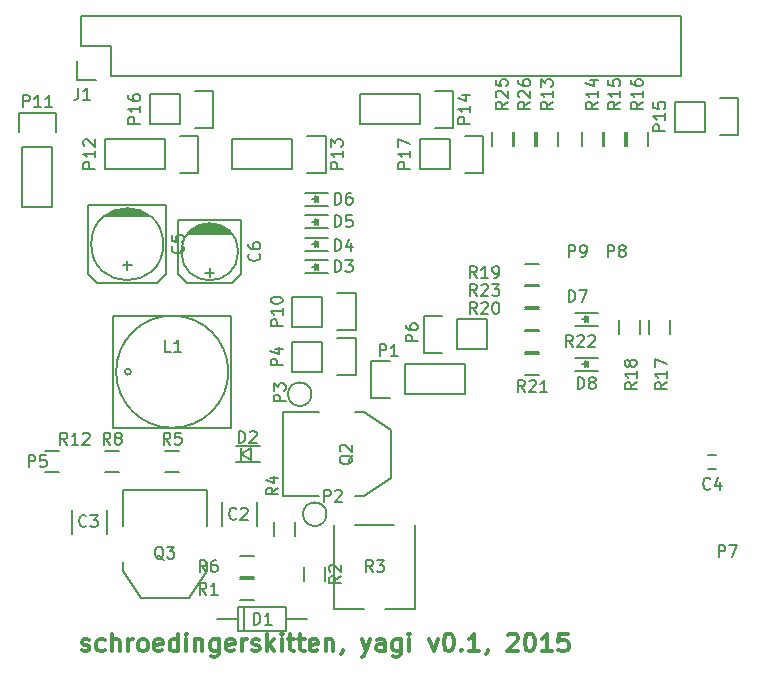
<source format=gto>
G04 #@! TF.FileFunction,Legend,Top*
%FSLAX46Y46*%
G04 Gerber Fmt 4.6, Leading zero omitted, Abs format (unit mm)*
G04 Created by KiCad (PCBNEW 0.201512281231+6406~40~ubuntu14.04.1-stable) date Son 03 Jan 2016 21:13:02 CET*
%MOMM*%
G01*
G04 APERTURE LIST*
%ADD10C,0.200000*%
%ADD11C,0.300000*%
%ADD12C,0.150000*%
G04 APERTURE END LIST*
D10*
D11*
X45686858Y-89634143D02*
X45829715Y-89705571D01*
X46115430Y-89705571D01*
X46258287Y-89634143D01*
X46329715Y-89491286D01*
X46329715Y-89419857D01*
X46258287Y-89277000D01*
X46115430Y-89205571D01*
X45901144Y-89205571D01*
X45758287Y-89134143D01*
X45686858Y-88991286D01*
X45686858Y-88919857D01*
X45758287Y-88777000D01*
X45901144Y-88705571D01*
X46115430Y-88705571D01*
X46258287Y-88777000D01*
X47615430Y-89634143D02*
X47472573Y-89705571D01*
X47186859Y-89705571D01*
X47044001Y-89634143D01*
X46972573Y-89562714D01*
X46901144Y-89419857D01*
X46901144Y-88991286D01*
X46972573Y-88848429D01*
X47044001Y-88777000D01*
X47186859Y-88705571D01*
X47472573Y-88705571D01*
X47615430Y-88777000D01*
X48258287Y-89705571D02*
X48258287Y-88205571D01*
X48901144Y-89705571D02*
X48901144Y-88919857D01*
X48829715Y-88777000D01*
X48686858Y-88705571D01*
X48472573Y-88705571D01*
X48329715Y-88777000D01*
X48258287Y-88848429D01*
X49615430Y-89705571D02*
X49615430Y-88705571D01*
X49615430Y-88991286D02*
X49686858Y-88848429D01*
X49758287Y-88777000D01*
X49901144Y-88705571D01*
X50044001Y-88705571D01*
X50758287Y-89705571D02*
X50615429Y-89634143D01*
X50544001Y-89562714D01*
X50472572Y-89419857D01*
X50472572Y-88991286D01*
X50544001Y-88848429D01*
X50615429Y-88777000D01*
X50758287Y-88705571D01*
X50972572Y-88705571D01*
X51115429Y-88777000D01*
X51186858Y-88848429D01*
X51258287Y-88991286D01*
X51258287Y-89419857D01*
X51186858Y-89562714D01*
X51115429Y-89634143D01*
X50972572Y-89705571D01*
X50758287Y-89705571D01*
X52472572Y-89634143D02*
X52329715Y-89705571D01*
X52044001Y-89705571D01*
X51901144Y-89634143D01*
X51829715Y-89491286D01*
X51829715Y-88919857D01*
X51901144Y-88777000D01*
X52044001Y-88705571D01*
X52329715Y-88705571D01*
X52472572Y-88777000D01*
X52544001Y-88919857D01*
X52544001Y-89062714D01*
X51829715Y-89205571D01*
X53829715Y-89705571D02*
X53829715Y-88205571D01*
X53829715Y-89634143D02*
X53686858Y-89705571D01*
X53401144Y-89705571D01*
X53258286Y-89634143D01*
X53186858Y-89562714D01*
X53115429Y-89419857D01*
X53115429Y-88991286D01*
X53186858Y-88848429D01*
X53258286Y-88777000D01*
X53401144Y-88705571D01*
X53686858Y-88705571D01*
X53829715Y-88777000D01*
X54544001Y-89705571D02*
X54544001Y-88705571D01*
X54544001Y-88205571D02*
X54472572Y-88277000D01*
X54544001Y-88348429D01*
X54615429Y-88277000D01*
X54544001Y-88205571D01*
X54544001Y-88348429D01*
X55258287Y-88705571D02*
X55258287Y-89705571D01*
X55258287Y-88848429D02*
X55329715Y-88777000D01*
X55472573Y-88705571D01*
X55686858Y-88705571D01*
X55829715Y-88777000D01*
X55901144Y-88919857D01*
X55901144Y-89705571D01*
X57258287Y-88705571D02*
X57258287Y-89919857D01*
X57186858Y-90062714D01*
X57115430Y-90134143D01*
X56972573Y-90205571D01*
X56758287Y-90205571D01*
X56615430Y-90134143D01*
X57258287Y-89634143D02*
X57115430Y-89705571D01*
X56829716Y-89705571D01*
X56686858Y-89634143D01*
X56615430Y-89562714D01*
X56544001Y-89419857D01*
X56544001Y-88991286D01*
X56615430Y-88848429D01*
X56686858Y-88777000D01*
X56829716Y-88705571D01*
X57115430Y-88705571D01*
X57258287Y-88777000D01*
X58544001Y-89634143D02*
X58401144Y-89705571D01*
X58115430Y-89705571D01*
X57972573Y-89634143D01*
X57901144Y-89491286D01*
X57901144Y-88919857D01*
X57972573Y-88777000D01*
X58115430Y-88705571D01*
X58401144Y-88705571D01*
X58544001Y-88777000D01*
X58615430Y-88919857D01*
X58615430Y-89062714D01*
X57901144Y-89205571D01*
X59258287Y-89705571D02*
X59258287Y-88705571D01*
X59258287Y-88991286D02*
X59329715Y-88848429D01*
X59401144Y-88777000D01*
X59544001Y-88705571D01*
X59686858Y-88705571D01*
X60115429Y-89634143D02*
X60258286Y-89705571D01*
X60544001Y-89705571D01*
X60686858Y-89634143D01*
X60758286Y-89491286D01*
X60758286Y-89419857D01*
X60686858Y-89277000D01*
X60544001Y-89205571D01*
X60329715Y-89205571D01*
X60186858Y-89134143D01*
X60115429Y-88991286D01*
X60115429Y-88919857D01*
X60186858Y-88777000D01*
X60329715Y-88705571D01*
X60544001Y-88705571D01*
X60686858Y-88777000D01*
X61401144Y-89705571D02*
X61401144Y-88205571D01*
X61544001Y-89134143D02*
X61972572Y-89705571D01*
X61972572Y-88705571D02*
X61401144Y-89277000D01*
X62615430Y-89705571D02*
X62615430Y-88705571D01*
X62615430Y-88205571D02*
X62544001Y-88277000D01*
X62615430Y-88348429D01*
X62686858Y-88277000D01*
X62615430Y-88205571D01*
X62615430Y-88348429D01*
X63115430Y-88705571D02*
X63686859Y-88705571D01*
X63329716Y-88205571D02*
X63329716Y-89491286D01*
X63401144Y-89634143D01*
X63544002Y-89705571D01*
X63686859Y-89705571D01*
X63972573Y-88705571D02*
X64544002Y-88705571D01*
X64186859Y-88205571D02*
X64186859Y-89491286D01*
X64258287Y-89634143D01*
X64401145Y-89705571D01*
X64544002Y-89705571D01*
X65615430Y-89634143D02*
X65472573Y-89705571D01*
X65186859Y-89705571D01*
X65044002Y-89634143D01*
X64972573Y-89491286D01*
X64972573Y-88919857D01*
X65044002Y-88777000D01*
X65186859Y-88705571D01*
X65472573Y-88705571D01*
X65615430Y-88777000D01*
X65686859Y-88919857D01*
X65686859Y-89062714D01*
X64972573Y-89205571D01*
X66329716Y-88705571D02*
X66329716Y-89705571D01*
X66329716Y-88848429D02*
X66401144Y-88777000D01*
X66544002Y-88705571D01*
X66758287Y-88705571D01*
X66901144Y-88777000D01*
X66972573Y-88919857D01*
X66972573Y-89705571D01*
X67758287Y-89634143D02*
X67758287Y-89705571D01*
X67686859Y-89848429D01*
X67615430Y-89919857D01*
X69401145Y-88705571D02*
X69758288Y-89705571D01*
X70115430Y-88705571D02*
X69758288Y-89705571D01*
X69615430Y-90062714D01*
X69544002Y-90134143D01*
X69401145Y-90205571D01*
X71329716Y-89705571D02*
X71329716Y-88919857D01*
X71258287Y-88777000D01*
X71115430Y-88705571D01*
X70829716Y-88705571D01*
X70686859Y-88777000D01*
X71329716Y-89634143D02*
X71186859Y-89705571D01*
X70829716Y-89705571D01*
X70686859Y-89634143D01*
X70615430Y-89491286D01*
X70615430Y-89348429D01*
X70686859Y-89205571D01*
X70829716Y-89134143D01*
X71186859Y-89134143D01*
X71329716Y-89062714D01*
X72686859Y-88705571D02*
X72686859Y-89919857D01*
X72615430Y-90062714D01*
X72544002Y-90134143D01*
X72401145Y-90205571D01*
X72186859Y-90205571D01*
X72044002Y-90134143D01*
X72686859Y-89634143D02*
X72544002Y-89705571D01*
X72258288Y-89705571D01*
X72115430Y-89634143D01*
X72044002Y-89562714D01*
X71972573Y-89419857D01*
X71972573Y-88991286D01*
X72044002Y-88848429D01*
X72115430Y-88777000D01*
X72258288Y-88705571D01*
X72544002Y-88705571D01*
X72686859Y-88777000D01*
X73401145Y-89705571D02*
X73401145Y-88705571D01*
X73401145Y-88205571D02*
X73329716Y-88277000D01*
X73401145Y-88348429D01*
X73472573Y-88277000D01*
X73401145Y-88205571D01*
X73401145Y-88348429D01*
X75115431Y-88705571D02*
X75472574Y-89705571D01*
X75829716Y-88705571D01*
X76686859Y-88205571D02*
X76829716Y-88205571D01*
X76972573Y-88277000D01*
X77044002Y-88348429D01*
X77115431Y-88491286D01*
X77186859Y-88777000D01*
X77186859Y-89134143D01*
X77115431Y-89419857D01*
X77044002Y-89562714D01*
X76972573Y-89634143D01*
X76829716Y-89705571D01*
X76686859Y-89705571D01*
X76544002Y-89634143D01*
X76472573Y-89562714D01*
X76401145Y-89419857D01*
X76329716Y-89134143D01*
X76329716Y-88777000D01*
X76401145Y-88491286D01*
X76472573Y-88348429D01*
X76544002Y-88277000D01*
X76686859Y-88205571D01*
X77829716Y-89562714D02*
X77901144Y-89634143D01*
X77829716Y-89705571D01*
X77758287Y-89634143D01*
X77829716Y-89562714D01*
X77829716Y-89705571D01*
X79329716Y-89705571D02*
X78472573Y-89705571D01*
X78901145Y-89705571D02*
X78901145Y-88205571D01*
X78758288Y-88419857D01*
X78615430Y-88562714D01*
X78472573Y-88634143D01*
X80044001Y-89634143D02*
X80044001Y-89705571D01*
X79972573Y-89848429D01*
X79901144Y-89919857D01*
X81758287Y-88348429D02*
X81829716Y-88277000D01*
X81972573Y-88205571D01*
X82329716Y-88205571D01*
X82472573Y-88277000D01*
X82544002Y-88348429D01*
X82615430Y-88491286D01*
X82615430Y-88634143D01*
X82544002Y-88848429D01*
X81686859Y-89705571D01*
X82615430Y-89705571D01*
X83544001Y-88205571D02*
X83686858Y-88205571D01*
X83829715Y-88277000D01*
X83901144Y-88348429D01*
X83972573Y-88491286D01*
X84044001Y-88777000D01*
X84044001Y-89134143D01*
X83972573Y-89419857D01*
X83901144Y-89562714D01*
X83829715Y-89634143D01*
X83686858Y-89705571D01*
X83544001Y-89705571D01*
X83401144Y-89634143D01*
X83329715Y-89562714D01*
X83258287Y-89419857D01*
X83186858Y-89134143D01*
X83186858Y-88777000D01*
X83258287Y-88491286D01*
X83329715Y-88348429D01*
X83401144Y-88277000D01*
X83544001Y-88205571D01*
X85472572Y-89705571D02*
X84615429Y-89705571D01*
X85044001Y-89705571D02*
X85044001Y-88205571D01*
X84901144Y-88419857D01*
X84758286Y-88562714D01*
X84615429Y-88634143D01*
X86829715Y-88205571D02*
X86115429Y-88205571D01*
X86044000Y-88919857D01*
X86115429Y-88848429D01*
X86258286Y-88777000D01*
X86615429Y-88777000D01*
X86758286Y-88848429D01*
X86829715Y-88919857D01*
X86901143Y-89062714D01*
X86901143Y-89419857D01*
X86829715Y-89562714D01*
X86758286Y-89634143D01*
X86615429Y-89705571D01*
X86258286Y-89705571D01*
X86115429Y-89634143D01*
X86044000Y-89562714D01*
D10*
X49840000Y-66040000D02*
G75*
G03X49840000Y-66040000I-250000J0D01*
G01*
X58090000Y-66040000D02*
G75*
G03X58090000Y-66040000I-4750000J0D01*
G01*
X48340000Y-61290000D02*
X48340000Y-70790000D01*
X48340000Y-70790000D02*
X58340000Y-70790000D01*
X58340000Y-70790000D02*
X58340000Y-61290000D01*
X48340000Y-61290000D02*
X58340000Y-61290000D01*
D12*
X60290000Y-85330000D02*
X59090000Y-85330000D01*
X59090000Y-83580000D02*
X60290000Y-83580000D01*
X66280000Y-82585000D02*
X66280000Y-83785000D01*
X64530000Y-83785000D02*
X64530000Y-82585000D01*
X61990000Y-79975000D02*
X61990000Y-78775000D01*
X63740000Y-78775000D02*
X63740000Y-79975000D01*
X53940000Y-74535000D02*
X52740000Y-74535000D01*
X52740000Y-72785000D02*
X53940000Y-72785000D01*
X60290000Y-83425000D02*
X59090000Y-83425000D01*
X59090000Y-81675000D02*
X60290000Y-81675000D01*
X48860000Y-74535000D02*
X47660000Y-74535000D01*
X47660000Y-72785000D02*
X48860000Y-72785000D01*
X96400000Y-35960000D02*
X45600000Y-35960000D01*
X48140000Y-41040000D02*
X96400000Y-41040000D01*
X96400000Y-35960000D02*
X96400000Y-41040000D01*
X45600000Y-35960000D02*
X45600000Y-38500000D01*
X45320000Y-39770000D02*
X45320000Y-41320000D01*
X45600000Y-38500000D02*
X48140000Y-38500000D01*
X48140000Y-38500000D02*
X48140000Y-41040000D01*
X45320000Y-41320000D02*
X46870000Y-41320000D01*
X66505000Y-54695000D02*
X64605000Y-54695000D01*
X66505000Y-55795000D02*
X64605000Y-55795000D01*
X65605000Y-55245000D02*
X65155000Y-55245000D01*
X65655000Y-55495000D02*
X65655000Y-54995000D01*
X65655000Y-55245000D02*
X65405000Y-55495000D01*
X65405000Y-55495000D02*
X65405000Y-54995000D01*
X65405000Y-54995000D02*
X65655000Y-55245000D01*
X66505000Y-52790000D02*
X64605000Y-52790000D01*
X66505000Y-53890000D02*
X64605000Y-53890000D01*
X65605000Y-53340000D02*
X65155000Y-53340000D01*
X65655000Y-53590000D02*
X65655000Y-53090000D01*
X65655000Y-53340000D02*
X65405000Y-53590000D01*
X65405000Y-53590000D02*
X65405000Y-53090000D01*
X65405000Y-53090000D02*
X65655000Y-53340000D01*
X66505000Y-50885000D02*
X64605000Y-50885000D01*
X66505000Y-51985000D02*
X64605000Y-51985000D01*
X65605000Y-51435000D02*
X65155000Y-51435000D01*
X65655000Y-51685000D02*
X65655000Y-51185000D01*
X65655000Y-51435000D02*
X65405000Y-51685000D01*
X65405000Y-51685000D02*
X65405000Y-51185000D01*
X65405000Y-51185000D02*
X65655000Y-51435000D01*
X89365000Y-61045000D02*
X87465000Y-61045000D01*
X89365000Y-62145000D02*
X87465000Y-62145000D01*
X88465000Y-61595000D02*
X88015000Y-61595000D01*
X88515000Y-61845000D02*
X88515000Y-61345000D01*
X88515000Y-61595000D02*
X88265000Y-61845000D01*
X88265000Y-61845000D02*
X88265000Y-61345000D01*
X88265000Y-61345000D02*
X88515000Y-61595000D01*
X42580000Y-72785000D02*
X43780000Y-72785000D01*
X43780000Y-74535000D02*
X42580000Y-74535000D01*
X84215000Y-46955000D02*
X84215000Y-45755000D01*
X85965000Y-45755000D02*
X85965000Y-46955000D01*
X88025000Y-46955000D02*
X88025000Y-45755000D01*
X89775000Y-45755000D02*
X89775000Y-46955000D01*
X89930000Y-46955000D02*
X89930000Y-45755000D01*
X91680000Y-45755000D02*
X91680000Y-46955000D01*
X91835000Y-46955000D02*
X91835000Y-45755000D01*
X93585000Y-45755000D02*
X93585000Y-46955000D01*
X93740000Y-62830000D02*
X93740000Y-61630000D01*
X95490000Y-61630000D02*
X95490000Y-62830000D01*
X92950000Y-61630000D02*
X92950000Y-62830000D01*
X91200000Y-62830000D02*
X91200000Y-61630000D01*
X84420000Y-58660000D02*
X83220000Y-58660000D01*
X83220000Y-56910000D02*
X84420000Y-56910000D01*
X83220000Y-60720000D02*
X84420000Y-60720000D01*
X84420000Y-62470000D02*
X83220000Y-62470000D01*
X83220000Y-64530000D02*
X84420000Y-64530000D01*
X84420000Y-66280000D02*
X83220000Y-66280000D01*
X83220000Y-62625000D02*
X84420000Y-62625000D01*
X84420000Y-64375000D02*
X83220000Y-64375000D01*
X66040000Y-62230000D02*
X63500000Y-62230000D01*
X68860000Y-62510000D02*
X67310000Y-62510000D01*
X66040000Y-62230000D02*
X66040000Y-59690000D01*
X67310000Y-59410000D02*
X68860000Y-59410000D01*
X68860000Y-59410000D02*
X68860000Y-62510000D01*
X66040000Y-59690000D02*
X63500000Y-59690000D01*
X63500000Y-59690000D02*
X63500000Y-62230000D01*
X52705000Y-46355000D02*
X47625000Y-46355000D01*
X47625000Y-46355000D02*
X47625000Y-48895000D01*
X47625000Y-48895000D02*
X52705000Y-48895000D01*
X55525000Y-49175000D02*
X53975000Y-49175000D01*
X52705000Y-48895000D02*
X52705000Y-46355000D01*
X53975000Y-46075000D02*
X55525000Y-46075000D01*
X55525000Y-46075000D02*
X55525000Y-49175000D01*
X60530000Y-79105000D02*
X60530000Y-77105000D01*
X57580000Y-77105000D02*
X57580000Y-79105000D01*
X47830000Y-79740000D02*
X47830000Y-77740000D01*
X44880000Y-77740000D02*
X44880000Y-79740000D01*
X99410000Y-74260000D02*
X98710000Y-74260000D01*
X98710000Y-73060000D02*
X99410000Y-73060000D01*
D10*
X59140000Y-73025000D02*
X60040000Y-73525000D01*
X60040000Y-73525000D02*
X60040000Y-72525000D01*
X60040000Y-72525000D02*
X59140000Y-73025000D01*
X59140000Y-73525000D02*
X59140000Y-72525000D01*
X58740000Y-72325000D02*
X60740000Y-72325000D01*
X60740000Y-73725000D02*
X58740000Y-73725000D01*
D12*
X66505000Y-56600000D02*
X64605000Y-56600000D01*
X66505000Y-57700000D02*
X64605000Y-57700000D01*
X65605000Y-57150000D02*
X65155000Y-57150000D01*
X65655000Y-57400000D02*
X65655000Y-56900000D01*
X65655000Y-57150000D02*
X65405000Y-57400000D01*
X65405000Y-57400000D02*
X65405000Y-56900000D01*
X65405000Y-56900000D02*
X65655000Y-57150000D01*
X89365000Y-64855000D02*
X87465000Y-64855000D01*
X89365000Y-65955000D02*
X87465000Y-65955000D01*
X88465000Y-65405000D02*
X88015000Y-65405000D01*
X88515000Y-65655000D02*
X88515000Y-65155000D01*
X88515000Y-65405000D02*
X88265000Y-65655000D01*
X88265000Y-65655000D02*
X88265000Y-65155000D01*
X88265000Y-65155000D02*
X88515000Y-65405000D01*
X73025000Y-67945000D02*
X78105000Y-67945000D01*
X78105000Y-67945000D02*
X78105000Y-65405000D01*
X78105000Y-65405000D02*
X73025000Y-65405000D01*
X70205000Y-65125000D02*
X71755000Y-65125000D01*
X73025000Y-65405000D02*
X73025000Y-67945000D01*
X71755000Y-68225000D02*
X70205000Y-68225000D01*
X70205000Y-68225000D02*
X70205000Y-65125000D01*
X66040000Y-66040000D02*
X63500000Y-66040000D01*
X68860000Y-66320000D02*
X67310000Y-66320000D01*
X66040000Y-66040000D02*
X66040000Y-63500000D01*
X67310000Y-63220000D02*
X68860000Y-63220000D01*
X68860000Y-63220000D02*
X68860000Y-66320000D01*
X66040000Y-63500000D02*
X63500000Y-63500000D01*
X63500000Y-63500000D02*
X63500000Y-66040000D01*
X77470000Y-61595000D02*
X80010000Y-61595000D01*
X74650000Y-61315000D02*
X76200000Y-61315000D01*
X77470000Y-61595000D02*
X77470000Y-64135000D01*
X76200000Y-64415000D02*
X74650000Y-64415000D01*
X74650000Y-64415000D02*
X74650000Y-61315000D01*
X77470000Y-64135000D02*
X80010000Y-64135000D01*
X80010000Y-64135000D02*
X80010000Y-61595000D01*
X40640000Y-46990000D02*
X40640000Y-52070000D01*
X40640000Y-52070000D02*
X43180000Y-52070000D01*
X43180000Y-52070000D02*
X43180000Y-46990000D01*
X43460000Y-44170000D02*
X43460000Y-45720000D01*
X43180000Y-46990000D02*
X40640000Y-46990000D01*
X40360000Y-45720000D02*
X40360000Y-44170000D01*
X40360000Y-44170000D02*
X43460000Y-44170000D01*
X63500000Y-46355000D02*
X58420000Y-46355000D01*
X58420000Y-46355000D02*
X58420000Y-48895000D01*
X58420000Y-48895000D02*
X63500000Y-48895000D01*
X66320000Y-49175000D02*
X64770000Y-49175000D01*
X63500000Y-48895000D02*
X63500000Y-46355000D01*
X64770000Y-46075000D02*
X66320000Y-46075000D01*
X66320000Y-46075000D02*
X66320000Y-49175000D01*
X74295000Y-42545000D02*
X69215000Y-42545000D01*
X69215000Y-42545000D02*
X69215000Y-45085000D01*
X69215000Y-45085000D02*
X74295000Y-45085000D01*
X77115000Y-45365000D02*
X75565000Y-45365000D01*
X74295000Y-45085000D02*
X74295000Y-42545000D01*
X75565000Y-42265000D02*
X77115000Y-42265000D01*
X77115000Y-42265000D02*
X77115000Y-45365000D01*
X98425000Y-45720000D02*
X95885000Y-45720000D01*
X101245000Y-46000000D02*
X99695000Y-46000000D01*
X98425000Y-45720000D02*
X98425000Y-43180000D01*
X99695000Y-42900000D02*
X101245000Y-42900000D01*
X101245000Y-42900000D02*
X101245000Y-46000000D01*
X98425000Y-43180000D02*
X95885000Y-43180000D01*
X95885000Y-43180000D02*
X95885000Y-45720000D01*
X53975000Y-45085000D02*
X51435000Y-45085000D01*
X56795000Y-45365000D02*
X55245000Y-45365000D01*
X53975000Y-45085000D02*
X53975000Y-42545000D01*
X55245000Y-42265000D02*
X56795000Y-42265000D01*
X56795000Y-42265000D02*
X56795000Y-45365000D01*
X53975000Y-42545000D02*
X51435000Y-42545000D01*
X51435000Y-42545000D02*
X51435000Y-45085000D01*
X76835000Y-48895000D02*
X74295000Y-48895000D01*
X79655000Y-49175000D02*
X78105000Y-49175000D01*
X76835000Y-48895000D02*
X76835000Y-46355000D01*
X78105000Y-46075000D02*
X79655000Y-46075000D01*
X79655000Y-46075000D02*
X79655000Y-49175000D01*
X76835000Y-46355000D02*
X74295000Y-46355000D01*
X74295000Y-46355000D02*
X74295000Y-48895000D01*
X65786000Y-69469000D02*
X62738000Y-69469000D01*
X62738000Y-69469000D02*
X62738000Y-76581000D01*
X62738000Y-76581000D02*
X65786000Y-76581000D01*
X68834000Y-69469000D02*
X69596000Y-69469000D01*
X69596000Y-69469000D02*
X71882000Y-70993000D01*
X71882000Y-70993000D02*
X71882000Y-75057000D01*
X71882000Y-75057000D02*
X69596000Y-76581000D01*
X69596000Y-76581000D02*
X68834000Y-76581000D01*
X56261000Y-79121000D02*
X56261000Y-76073000D01*
X56261000Y-76073000D02*
X49149000Y-76073000D01*
X49149000Y-76073000D02*
X49149000Y-79121000D01*
X56261000Y-82169000D02*
X56261000Y-82931000D01*
X56261000Y-82931000D02*
X54737000Y-85217000D01*
X54737000Y-85217000D02*
X50673000Y-85217000D01*
X50673000Y-85217000D02*
X49149000Y-82931000D01*
X49149000Y-82931000D02*
X49149000Y-82169000D01*
X83220000Y-58815000D02*
X84420000Y-58815000D01*
X84420000Y-60565000D02*
X83220000Y-60565000D01*
X82155000Y-45755000D02*
X82155000Y-46955000D01*
X80405000Y-46955000D02*
X80405000Y-45755000D01*
X84060000Y-45755000D02*
X84060000Y-46955000D01*
X82310000Y-46955000D02*
X82310000Y-45755000D01*
X58928000Y-86995000D02*
X57150000Y-86995000D01*
X62992000Y-86995000D02*
X64770000Y-86995000D01*
X59436000Y-88011000D02*
X59436000Y-85979000D01*
X62992000Y-88011000D02*
X62992000Y-85979000D01*
X62992000Y-85979000D02*
X58928000Y-85979000D01*
X58928000Y-85979000D02*
X58928000Y-88011000D01*
X58928000Y-88011000D02*
X62992000Y-88011000D01*
X66405000Y-78105000D02*
G75*
G03X66405000Y-78105000I-1000000J0D01*
G01*
X65135000Y-67945000D02*
G75*
G03X65135000Y-67945000I-1000000J0D01*
G01*
D10*
X71374000Y-86106000D02*
X73914000Y-86106000D01*
X69596000Y-86106000D02*
X67056000Y-86106000D01*
X72136000Y-78994000D02*
X68834000Y-78994000D01*
X67056000Y-78994000D02*
X67056000Y-86106000D01*
X73914000Y-78994000D02*
X73914000Y-86106000D01*
D12*
X50292000Y-52324000D02*
X48768000Y-52324000D01*
X48387000Y-52451000D02*
X50673000Y-52451000D01*
X50927000Y-52578000D02*
X48133000Y-52578000D01*
X47879000Y-52705000D02*
X51181000Y-52705000D01*
X51308000Y-52832000D02*
X47752000Y-52832000D01*
X52832000Y-51943000D02*
X46228000Y-51943000D01*
X46228000Y-51943000D02*
X46228000Y-57785000D01*
X46228000Y-57785000D02*
X46990000Y-58547000D01*
X46990000Y-58547000D02*
X52070000Y-58547000D01*
X52070000Y-58547000D02*
X52832000Y-57785000D01*
X52832000Y-57785000D02*
X52832000Y-51943000D01*
X49530000Y-57404000D02*
X49530000Y-56642000D01*
X49911000Y-57023000D02*
X49149000Y-57023000D01*
X52578000Y-55245000D02*
G75*
G03X52578000Y-55245000I-3048000J0D01*
G01*
X57150000Y-53594000D02*
X55753000Y-53594000D01*
X57404000Y-53721000D02*
X55626000Y-53721000D01*
X57785000Y-53848000D02*
X55245000Y-53848000D01*
X55118000Y-53975000D02*
X57912000Y-53975000D01*
X58039000Y-54102000D02*
X54991000Y-54102000D01*
X54864000Y-54229000D02*
X58166000Y-54229000D01*
X58293000Y-54356000D02*
X54737000Y-54356000D01*
X59182000Y-53213000D02*
X59182000Y-57785000D01*
X59182000Y-57785000D02*
X58420000Y-58547000D01*
X58420000Y-58547000D02*
X54610000Y-58547000D01*
X54610000Y-58547000D02*
X53848000Y-57785000D01*
X53848000Y-57785000D02*
X53848000Y-53213000D01*
X53848000Y-53213000D02*
X59182000Y-53213000D01*
X56515000Y-58039000D02*
X56515000Y-57277000D01*
X56896000Y-57658000D02*
X56134000Y-57658000D01*
X58928000Y-55880000D02*
G75*
G03X58928000Y-55880000I-2413000J0D01*
G01*
D10*
X53236834Y-64333381D02*
X52760643Y-64333381D01*
X52760643Y-63333381D01*
X54093977Y-64333381D02*
X53522548Y-64333381D01*
X53808262Y-64333381D02*
X53808262Y-63333381D01*
X53713024Y-63476238D01*
X53617786Y-63571476D01*
X53522548Y-63619095D01*
X56221334Y-84907381D02*
X55888000Y-84431190D01*
X55649905Y-84907381D02*
X55649905Y-83907381D01*
X56030858Y-83907381D01*
X56126096Y-83955000D01*
X56173715Y-84002619D01*
X56221334Y-84097857D01*
X56221334Y-84240714D01*
X56173715Y-84335952D01*
X56126096Y-84383571D01*
X56030858Y-84431190D01*
X55649905Y-84431190D01*
X57173715Y-84907381D02*
X56602286Y-84907381D01*
X56888000Y-84907381D02*
X56888000Y-83907381D01*
X56792762Y-84050238D01*
X56697524Y-84145476D01*
X56602286Y-84193095D01*
X67635381Y-83351666D02*
X67159190Y-83685000D01*
X67635381Y-83923095D02*
X66635381Y-83923095D01*
X66635381Y-83542142D01*
X66683000Y-83446904D01*
X66730619Y-83399285D01*
X66825857Y-83351666D01*
X66968714Y-83351666D01*
X67063952Y-83399285D01*
X67111571Y-83446904D01*
X67159190Y-83542142D01*
X67159190Y-83923095D01*
X66730619Y-82970714D02*
X66683000Y-82923095D01*
X66635381Y-82827857D01*
X66635381Y-82589761D01*
X66683000Y-82494523D01*
X66730619Y-82446904D01*
X66825857Y-82399285D01*
X66921095Y-82399285D01*
X67063952Y-82446904D01*
X67635381Y-83018333D01*
X67635381Y-82399285D01*
X62301381Y-75858666D02*
X61825190Y-76192000D01*
X62301381Y-76430095D02*
X61301381Y-76430095D01*
X61301381Y-76049142D01*
X61349000Y-75953904D01*
X61396619Y-75906285D01*
X61491857Y-75858666D01*
X61634714Y-75858666D01*
X61729952Y-75906285D01*
X61777571Y-75953904D01*
X61825190Y-76049142D01*
X61825190Y-76430095D01*
X61634714Y-75001523D02*
X62301381Y-75001523D01*
X61253762Y-75239619D02*
X61968048Y-75477714D01*
X61968048Y-74858666D01*
X53173334Y-72207381D02*
X52840000Y-71731190D01*
X52601905Y-72207381D02*
X52601905Y-71207381D01*
X52982858Y-71207381D01*
X53078096Y-71255000D01*
X53125715Y-71302619D01*
X53173334Y-71397857D01*
X53173334Y-71540714D01*
X53125715Y-71635952D01*
X53078096Y-71683571D01*
X52982858Y-71731190D01*
X52601905Y-71731190D01*
X54078096Y-71207381D02*
X53601905Y-71207381D01*
X53554286Y-71683571D01*
X53601905Y-71635952D01*
X53697143Y-71588333D01*
X53935239Y-71588333D01*
X54030477Y-71635952D01*
X54078096Y-71683571D01*
X54125715Y-71778810D01*
X54125715Y-72016905D01*
X54078096Y-72112143D01*
X54030477Y-72159762D01*
X53935239Y-72207381D01*
X53697143Y-72207381D01*
X53601905Y-72159762D01*
X53554286Y-72112143D01*
X56221334Y-83002381D02*
X55888000Y-82526190D01*
X55649905Y-83002381D02*
X55649905Y-82002381D01*
X56030858Y-82002381D01*
X56126096Y-82050000D01*
X56173715Y-82097619D01*
X56221334Y-82192857D01*
X56221334Y-82335714D01*
X56173715Y-82430952D01*
X56126096Y-82478571D01*
X56030858Y-82526190D01*
X55649905Y-82526190D01*
X57078477Y-82002381D02*
X56888000Y-82002381D01*
X56792762Y-82050000D01*
X56745143Y-82097619D01*
X56649905Y-82240476D01*
X56602286Y-82430952D01*
X56602286Y-82811905D01*
X56649905Y-82907143D01*
X56697524Y-82954762D01*
X56792762Y-83002381D01*
X56983239Y-83002381D01*
X57078477Y-82954762D01*
X57126096Y-82907143D01*
X57173715Y-82811905D01*
X57173715Y-82573810D01*
X57126096Y-82478571D01*
X57078477Y-82430952D01*
X56983239Y-82383333D01*
X56792762Y-82383333D01*
X56697524Y-82430952D01*
X56649905Y-82478571D01*
X56602286Y-82573810D01*
X48093334Y-72207381D02*
X47760000Y-71731190D01*
X47521905Y-72207381D02*
X47521905Y-71207381D01*
X47902858Y-71207381D01*
X47998096Y-71255000D01*
X48045715Y-71302619D01*
X48093334Y-71397857D01*
X48093334Y-71540714D01*
X48045715Y-71635952D01*
X47998096Y-71683571D01*
X47902858Y-71731190D01*
X47521905Y-71731190D01*
X48664762Y-71635952D02*
X48569524Y-71588333D01*
X48521905Y-71540714D01*
X48474286Y-71445476D01*
X48474286Y-71397857D01*
X48521905Y-71302619D01*
X48569524Y-71255000D01*
X48664762Y-71207381D01*
X48855239Y-71207381D01*
X48950477Y-71255000D01*
X48998096Y-71302619D01*
X49045715Y-71397857D01*
X49045715Y-71445476D01*
X48998096Y-71540714D01*
X48950477Y-71588333D01*
X48855239Y-71635952D01*
X48664762Y-71635952D01*
X48569524Y-71683571D01*
X48521905Y-71731190D01*
X48474286Y-71826429D01*
X48474286Y-72016905D01*
X48521905Y-72112143D01*
X48569524Y-72159762D01*
X48664762Y-72207381D01*
X48855239Y-72207381D01*
X48950477Y-72159762D01*
X48998096Y-72112143D01*
X49045715Y-72016905D01*
X49045715Y-71826429D01*
X48998096Y-71731190D01*
X48950477Y-71683571D01*
X48855239Y-71635952D01*
X45386667Y-41997381D02*
X45386667Y-42711667D01*
X45339047Y-42854524D01*
X45243809Y-42949762D01*
X45100952Y-42997381D01*
X45005714Y-42997381D01*
X46386667Y-42997381D02*
X45815238Y-42997381D01*
X46100952Y-42997381D02*
X46100952Y-41997381D01*
X46005714Y-42140238D01*
X45910476Y-42235476D01*
X45815238Y-42283095D01*
X67079905Y-55824381D02*
X67079905Y-54824381D01*
X67318000Y-54824381D01*
X67460858Y-54872000D01*
X67556096Y-54967238D01*
X67603715Y-55062476D01*
X67651334Y-55252952D01*
X67651334Y-55395810D01*
X67603715Y-55586286D01*
X67556096Y-55681524D01*
X67460858Y-55776762D01*
X67318000Y-55824381D01*
X67079905Y-55824381D01*
X68508477Y-55157714D02*
X68508477Y-55824381D01*
X68270381Y-54776762D02*
X68032286Y-55491048D01*
X68651334Y-55491048D01*
X67079905Y-53792381D02*
X67079905Y-52792381D01*
X67318000Y-52792381D01*
X67460858Y-52840000D01*
X67556096Y-52935238D01*
X67603715Y-53030476D01*
X67651334Y-53220952D01*
X67651334Y-53363810D01*
X67603715Y-53554286D01*
X67556096Y-53649524D01*
X67460858Y-53744762D01*
X67318000Y-53792381D01*
X67079905Y-53792381D01*
X68556096Y-52792381D02*
X68079905Y-52792381D01*
X68032286Y-53268571D01*
X68079905Y-53220952D01*
X68175143Y-53173333D01*
X68413239Y-53173333D01*
X68508477Y-53220952D01*
X68556096Y-53268571D01*
X68603715Y-53363810D01*
X68603715Y-53601905D01*
X68556096Y-53697143D01*
X68508477Y-53744762D01*
X68413239Y-53792381D01*
X68175143Y-53792381D01*
X68079905Y-53744762D01*
X68032286Y-53697143D01*
X67079905Y-51887381D02*
X67079905Y-50887381D01*
X67318000Y-50887381D01*
X67460858Y-50935000D01*
X67556096Y-51030238D01*
X67603715Y-51125476D01*
X67651334Y-51315952D01*
X67651334Y-51458810D01*
X67603715Y-51649286D01*
X67556096Y-51744524D01*
X67460858Y-51839762D01*
X67318000Y-51887381D01*
X67079905Y-51887381D01*
X68508477Y-50887381D02*
X68318000Y-50887381D01*
X68222762Y-50935000D01*
X68175143Y-50982619D01*
X68079905Y-51125476D01*
X68032286Y-51315952D01*
X68032286Y-51696905D01*
X68079905Y-51792143D01*
X68127524Y-51839762D01*
X68222762Y-51887381D01*
X68413239Y-51887381D01*
X68508477Y-51839762D01*
X68556096Y-51792143D01*
X68603715Y-51696905D01*
X68603715Y-51458810D01*
X68556096Y-51363571D01*
X68508477Y-51315952D01*
X68413239Y-51268333D01*
X68222762Y-51268333D01*
X68127524Y-51315952D01*
X68079905Y-51363571D01*
X68032286Y-51458810D01*
X86891905Y-60142381D02*
X86891905Y-59142381D01*
X87130000Y-59142381D01*
X87272858Y-59190000D01*
X87368096Y-59285238D01*
X87415715Y-59380476D01*
X87463334Y-59570952D01*
X87463334Y-59713810D01*
X87415715Y-59904286D01*
X87368096Y-59999524D01*
X87272858Y-60094762D01*
X87130000Y-60142381D01*
X86891905Y-60142381D01*
X87796667Y-59142381D02*
X88463334Y-59142381D01*
X88034762Y-60142381D01*
X44442143Y-72207381D02*
X44108809Y-71731190D01*
X43870714Y-72207381D02*
X43870714Y-71207381D01*
X44251667Y-71207381D01*
X44346905Y-71255000D01*
X44394524Y-71302619D01*
X44442143Y-71397857D01*
X44442143Y-71540714D01*
X44394524Y-71635952D01*
X44346905Y-71683571D01*
X44251667Y-71731190D01*
X43870714Y-71731190D01*
X45394524Y-72207381D02*
X44823095Y-72207381D01*
X45108809Y-72207381D02*
X45108809Y-71207381D01*
X45013571Y-71350238D01*
X44918333Y-71445476D01*
X44823095Y-71493095D01*
X45775476Y-71302619D02*
X45823095Y-71255000D01*
X45918333Y-71207381D01*
X46156429Y-71207381D01*
X46251667Y-71255000D01*
X46299286Y-71302619D01*
X46346905Y-71397857D01*
X46346905Y-71493095D01*
X46299286Y-71635952D01*
X45727857Y-72207381D01*
X46346905Y-72207381D01*
X85542381Y-43187857D02*
X85066190Y-43521191D01*
X85542381Y-43759286D02*
X84542381Y-43759286D01*
X84542381Y-43378333D01*
X84590000Y-43283095D01*
X84637619Y-43235476D01*
X84732857Y-43187857D01*
X84875714Y-43187857D01*
X84970952Y-43235476D01*
X85018571Y-43283095D01*
X85066190Y-43378333D01*
X85066190Y-43759286D01*
X85542381Y-42235476D02*
X85542381Y-42806905D01*
X85542381Y-42521191D02*
X84542381Y-42521191D01*
X84685238Y-42616429D01*
X84780476Y-42711667D01*
X84828095Y-42806905D01*
X84542381Y-41902143D02*
X84542381Y-41283095D01*
X84923333Y-41616429D01*
X84923333Y-41473571D01*
X84970952Y-41378333D01*
X85018571Y-41330714D01*
X85113810Y-41283095D01*
X85351905Y-41283095D01*
X85447143Y-41330714D01*
X85494762Y-41378333D01*
X85542381Y-41473571D01*
X85542381Y-41759286D01*
X85494762Y-41854524D01*
X85447143Y-41902143D01*
X89352381Y-43187857D02*
X88876190Y-43521191D01*
X89352381Y-43759286D02*
X88352381Y-43759286D01*
X88352381Y-43378333D01*
X88400000Y-43283095D01*
X88447619Y-43235476D01*
X88542857Y-43187857D01*
X88685714Y-43187857D01*
X88780952Y-43235476D01*
X88828571Y-43283095D01*
X88876190Y-43378333D01*
X88876190Y-43759286D01*
X89352381Y-42235476D02*
X89352381Y-42806905D01*
X89352381Y-42521191D02*
X88352381Y-42521191D01*
X88495238Y-42616429D01*
X88590476Y-42711667D01*
X88638095Y-42806905D01*
X88685714Y-41378333D02*
X89352381Y-41378333D01*
X88304762Y-41616429D02*
X89019048Y-41854524D01*
X89019048Y-41235476D01*
X91257381Y-43187857D02*
X90781190Y-43521191D01*
X91257381Y-43759286D02*
X90257381Y-43759286D01*
X90257381Y-43378333D01*
X90305000Y-43283095D01*
X90352619Y-43235476D01*
X90447857Y-43187857D01*
X90590714Y-43187857D01*
X90685952Y-43235476D01*
X90733571Y-43283095D01*
X90781190Y-43378333D01*
X90781190Y-43759286D01*
X91257381Y-42235476D02*
X91257381Y-42806905D01*
X91257381Y-42521191D02*
X90257381Y-42521191D01*
X90400238Y-42616429D01*
X90495476Y-42711667D01*
X90543095Y-42806905D01*
X90257381Y-41330714D02*
X90257381Y-41806905D01*
X90733571Y-41854524D01*
X90685952Y-41806905D01*
X90638333Y-41711667D01*
X90638333Y-41473571D01*
X90685952Y-41378333D01*
X90733571Y-41330714D01*
X90828810Y-41283095D01*
X91066905Y-41283095D01*
X91162143Y-41330714D01*
X91209762Y-41378333D01*
X91257381Y-41473571D01*
X91257381Y-41711667D01*
X91209762Y-41806905D01*
X91162143Y-41854524D01*
X93162381Y-43187857D02*
X92686190Y-43521191D01*
X93162381Y-43759286D02*
X92162381Y-43759286D01*
X92162381Y-43378333D01*
X92210000Y-43283095D01*
X92257619Y-43235476D01*
X92352857Y-43187857D01*
X92495714Y-43187857D01*
X92590952Y-43235476D01*
X92638571Y-43283095D01*
X92686190Y-43378333D01*
X92686190Y-43759286D01*
X93162381Y-42235476D02*
X93162381Y-42806905D01*
X93162381Y-42521191D02*
X92162381Y-42521191D01*
X92305238Y-42616429D01*
X92400476Y-42711667D01*
X92448095Y-42806905D01*
X92162381Y-41378333D02*
X92162381Y-41568810D01*
X92210000Y-41664048D01*
X92257619Y-41711667D01*
X92400476Y-41806905D01*
X92590952Y-41854524D01*
X92971905Y-41854524D01*
X93067143Y-41806905D01*
X93114762Y-41759286D01*
X93162381Y-41664048D01*
X93162381Y-41473571D01*
X93114762Y-41378333D01*
X93067143Y-41330714D01*
X92971905Y-41283095D01*
X92733810Y-41283095D01*
X92638571Y-41330714D01*
X92590952Y-41378333D01*
X92543333Y-41473571D01*
X92543333Y-41664048D01*
X92590952Y-41759286D01*
X92638571Y-41806905D01*
X92733810Y-41854524D01*
X95194381Y-66936857D02*
X94718190Y-67270191D01*
X95194381Y-67508286D02*
X94194381Y-67508286D01*
X94194381Y-67127333D01*
X94242000Y-67032095D01*
X94289619Y-66984476D01*
X94384857Y-66936857D01*
X94527714Y-66936857D01*
X94622952Y-66984476D01*
X94670571Y-67032095D01*
X94718190Y-67127333D01*
X94718190Y-67508286D01*
X95194381Y-65984476D02*
X95194381Y-66555905D01*
X95194381Y-66270191D02*
X94194381Y-66270191D01*
X94337238Y-66365429D01*
X94432476Y-66460667D01*
X94480095Y-66555905D01*
X94194381Y-65651143D02*
X94194381Y-64984476D01*
X95194381Y-65413048D01*
X92654381Y-66936857D02*
X92178190Y-67270191D01*
X92654381Y-67508286D02*
X91654381Y-67508286D01*
X91654381Y-67127333D01*
X91702000Y-67032095D01*
X91749619Y-66984476D01*
X91844857Y-66936857D01*
X91987714Y-66936857D01*
X92082952Y-66984476D01*
X92130571Y-67032095D01*
X92178190Y-67127333D01*
X92178190Y-67508286D01*
X92654381Y-65984476D02*
X92654381Y-66555905D01*
X92654381Y-66270191D02*
X91654381Y-66270191D01*
X91797238Y-66365429D01*
X91892476Y-66460667D01*
X91940095Y-66555905D01*
X92082952Y-65413048D02*
X92035333Y-65508286D01*
X91987714Y-65555905D01*
X91892476Y-65603524D01*
X91844857Y-65603524D01*
X91749619Y-65555905D01*
X91702000Y-65508286D01*
X91654381Y-65413048D01*
X91654381Y-65222571D01*
X91702000Y-65127333D01*
X91749619Y-65079714D01*
X91844857Y-65032095D01*
X91892476Y-65032095D01*
X91987714Y-65079714D01*
X92035333Y-65127333D01*
X92082952Y-65222571D01*
X92082952Y-65413048D01*
X92130571Y-65508286D01*
X92178190Y-65555905D01*
X92273429Y-65603524D01*
X92463905Y-65603524D01*
X92559143Y-65555905D01*
X92606762Y-65508286D01*
X92654381Y-65413048D01*
X92654381Y-65222571D01*
X92606762Y-65127333D01*
X92559143Y-65079714D01*
X92463905Y-65032095D01*
X92273429Y-65032095D01*
X92178190Y-65079714D01*
X92130571Y-65127333D01*
X92082952Y-65222571D01*
X79113143Y-58110381D02*
X78779809Y-57634190D01*
X78541714Y-58110381D02*
X78541714Y-57110381D01*
X78922667Y-57110381D01*
X79017905Y-57158000D01*
X79065524Y-57205619D01*
X79113143Y-57300857D01*
X79113143Y-57443714D01*
X79065524Y-57538952D01*
X79017905Y-57586571D01*
X78922667Y-57634190D01*
X78541714Y-57634190D01*
X80065524Y-58110381D02*
X79494095Y-58110381D01*
X79779809Y-58110381D02*
X79779809Y-57110381D01*
X79684571Y-57253238D01*
X79589333Y-57348476D01*
X79494095Y-57396095D01*
X80541714Y-58110381D02*
X80732190Y-58110381D01*
X80827429Y-58062762D01*
X80875048Y-58015143D01*
X80970286Y-57872286D01*
X81017905Y-57681810D01*
X81017905Y-57300857D01*
X80970286Y-57205619D01*
X80922667Y-57158000D01*
X80827429Y-57110381D01*
X80636952Y-57110381D01*
X80541714Y-57158000D01*
X80494095Y-57205619D01*
X80446476Y-57300857D01*
X80446476Y-57538952D01*
X80494095Y-57634190D01*
X80541714Y-57681810D01*
X80636952Y-57729429D01*
X80827429Y-57729429D01*
X80922667Y-57681810D01*
X80970286Y-57634190D01*
X81017905Y-57538952D01*
X79113143Y-61158381D02*
X78779809Y-60682190D01*
X78541714Y-61158381D02*
X78541714Y-60158381D01*
X78922667Y-60158381D01*
X79017905Y-60206000D01*
X79065524Y-60253619D01*
X79113143Y-60348857D01*
X79113143Y-60491714D01*
X79065524Y-60586952D01*
X79017905Y-60634571D01*
X78922667Y-60682190D01*
X78541714Y-60682190D01*
X79494095Y-60253619D02*
X79541714Y-60206000D01*
X79636952Y-60158381D01*
X79875048Y-60158381D01*
X79970286Y-60206000D01*
X80017905Y-60253619D01*
X80065524Y-60348857D01*
X80065524Y-60444095D01*
X80017905Y-60586952D01*
X79446476Y-61158381D01*
X80065524Y-61158381D01*
X80684571Y-60158381D02*
X80779810Y-60158381D01*
X80875048Y-60206000D01*
X80922667Y-60253619D01*
X80970286Y-60348857D01*
X81017905Y-60539333D01*
X81017905Y-60777429D01*
X80970286Y-60967905D01*
X80922667Y-61063143D01*
X80875048Y-61110762D01*
X80779810Y-61158381D01*
X80684571Y-61158381D01*
X80589333Y-61110762D01*
X80541714Y-61063143D01*
X80494095Y-60967905D01*
X80446476Y-60777429D01*
X80446476Y-60539333D01*
X80494095Y-60348857D01*
X80541714Y-60253619D01*
X80589333Y-60206000D01*
X80684571Y-60158381D01*
X83177143Y-67762381D02*
X82843809Y-67286190D01*
X82605714Y-67762381D02*
X82605714Y-66762381D01*
X82986667Y-66762381D01*
X83081905Y-66810000D01*
X83129524Y-66857619D01*
X83177143Y-66952857D01*
X83177143Y-67095714D01*
X83129524Y-67190952D01*
X83081905Y-67238571D01*
X82986667Y-67286190D01*
X82605714Y-67286190D01*
X83558095Y-66857619D02*
X83605714Y-66810000D01*
X83700952Y-66762381D01*
X83939048Y-66762381D01*
X84034286Y-66810000D01*
X84081905Y-66857619D01*
X84129524Y-66952857D01*
X84129524Y-67048095D01*
X84081905Y-67190952D01*
X83510476Y-67762381D01*
X84129524Y-67762381D01*
X85081905Y-67762381D02*
X84510476Y-67762381D01*
X84796190Y-67762381D02*
X84796190Y-66762381D01*
X84700952Y-66905238D01*
X84605714Y-67000476D01*
X84510476Y-67048095D01*
X87241143Y-63952381D02*
X86907809Y-63476190D01*
X86669714Y-63952381D02*
X86669714Y-62952381D01*
X87050667Y-62952381D01*
X87145905Y-63000000D01*
X87193524Y-63047619D01*
X87241143Y-63142857D01*
X87241143Y-63285714D01*
X87193524Y-63380952D01*
X87145905Y-63428571D01*
X87050667Y-63476190D01*
X86669714Y-63476190D01*
X87622095Y-63047619D02*
X87669714Y-63000000D01*
X87764952Y-62952381D01*
X88003048Y-62952381D01*
X88098286Y-63000000D01*
X88145905Y-63047619D01*
X88193524Y-63142857D01*
X88193524Y-63238095D01*
X88145905Y-63380952D01*
X87574476Y-63952381D01*
X88193524Y-63952381D01*
X88574476Y-63047619D02*
X88622095Y-63000000D01*
X88717333Y-62952381D01*
X88955429Y-62952381D01*
X89050667Y-63000000D01*
X89098286Y-63047619D01*
X89145905Y-63142857D01*
X89145905Y-63238095D01*
X89098286Y-63380952D01*
X88526857Y-63952381D01*
X89145905Y-63952381D01*
X62682381Y-62174286D02*
X61682381Y-62174286D01*
X61682381Y-61793333D01*
X61730000Y-61698095D01*
X61777619Y-61650476D01*
X61872857Y-61602857D01*
X62015714Y-61602857D01*
X62110952Y-61650476D01*
X62158571Y-61698095D01*
X62206190Y-61793333D01*
X62206190Y-62174286D01*
X62682381Y-60650476D02*
X62682381Y-61221905D01*
X62682381Y-60936191D02*
X61682381Y-60936191D01*
X61825238Y-61031429D01*
X61920476Y-61126667D01*
X61968095Y-61221905D01*
X61682381Y-60031429D02*
X61682381Y-59936190D01*
X61730000Y-59840952D01*
X61777619Y-59793333D01*
X61872857Y-59745714D01*
X62063333Y-59698095D01*
X62301429Y-59698095D01*
X62491905Y-59745714D01*
X62587143Y-59793333D01*
X62634762Y-59840952D01*
X62682381Y-59936190D01*
X62682381Y-60031429D01*
X62634762Y-60126667D01*
X62587143Y-60174286D01*
X62491905Y-60221905D01*
X62301429Y-60269524D01*
X62063333Y-60269524D01*
X61872857Y-60221905D01*
X61777619Y-60174286D01*
X61730000Y-60126667D01*
X61682381Y-60031429D01*
X46807381Y-48839286D02*
X45807381Y-48839286D01*
X45807381Y-48458333D01*
X45855000Y-48363095D01*
X45902619Y-48315476D01*
X45997857Y-48267857D01*
X46140714Y-48267857D01*
X46235952Y-48315476D01*
X46283571Y-48363095D01*
X46331190Y-48458333D01*
X46331190Y-48839286D01*
X46807381Y-47315476D02*
X46807381Y-47886905D01*
X46807381Y-47601191D02*
X45807381Y-47601191D01*
X45950238Y-47696429D01*
X46045476Y-47791667D01*
X46093095Y-47886905D01*
X45902619Y-46934524D02*
X45855000Y-46886905D01*
X45807381Y-46791667D01*
X45807381Y-46553571D01*
X45855000Y-46458333D01*
X45902619Y-46410714D01*
X45997857Y-46363095D01*
X46093095Y-46363095D01*
X46235952Y-46410714D01*
X46807381Y-46982143D01*
X46807381Y-46363095D01*
D12*
X58761334Y-78462143D02*
X58713715Y-78509762D01*
X58570858Y-78557381D01*
X58475620Y-78557381D01*
X58332762Y-78509762D01*
X58237524Y-78414524D01*
X58189905Y-78319286D01*
X58142286Y-78128810D01*
X58142286Y-77985952D01*
X58189905Y-77795476D01*
X58237524Y-77700238D01*
X58332762Y-77605000D01*
X58475620Y-77557381D01*
X58570858Y-77557381D01*
X58713715Y-77605000D01*
X58761334Y-77652619D01*
X59142286Y-77652619D02*
X59189905Y-77605000D01*
X59285143Y-77557381D01*
X59523239Y-77557381D01*
X59618477Y-77605000D01*
X59666096Y-77652619D01*
X59713715Y-77747857D01*
X59713715Y-77843095D01*
X59666096Y-77985952D01*
X59094667Y-78557381D01*
X59713715Y-78557381D01*
X46061334Y-79097143D02*
X46013715Y-79144762D01*
X45870858Y-79192381D01*
X45775620Y-79192381D01*
X45632762Y-79144762D01*
X45537524Y-79049524D01*
X45489905Y-78954286D01*
X45442286Y-78763810D01*
X45442286Y-78620952D01*
X45489905Y-78430476D01*
X45537524Y-78335238D01*
X45632762Y-78240000D01*
X45775620Y-78192381D01*
X45870858Y-78192381D01*
X46013715Y-78240000D01*
X46061334Y-78287619D01*
X46394667Y-78192381D02*
X47013715Y-78192381D01*
X46680381Y-78573333D01*
X46823239Y-78573333D01*
X46918477Y-78620952D01*
X46966096Y-78668571D01*
X47013715Y-78763810D01*
X47013715Y-79001905D01*
X46966096Y-79097143D01*
X46918477Y-79144762D01*
X46823239Y-79192381D01*
X46537524Y-79192381D01*
X46442286Y-79144762D01*
X46394667Y-79097143D01*
X98893334Y-75917143D02*
X98845715Y-75964762D01*
X98702858Y-76012381D01*
X98607620Y-76012381D01*
X98464762Y-75964762D01*
X98369524Y-75869524D01*
X98321905Y-75774286D01*
X98274286Y-75583810D01*
X98274286Y-75440952D01*
X98321905Y-75250476D01*
X98369524Y-75155238D01*
X98464762Y-75060000D01*
X98607620Y-75012381D01*
X98702858Y-75012381D01*
X98845715Y-75060000D01*
X98893334Y-75107619D01*
X99750477Y-75345714D02*
X99750477Y-76012381D01*
X99512381Y-74964762D02*
X99274286Y-75679048D01*
X99893334Y-75679048D01*
D10*
X58951905Y-72080381D02*
X58951905Y-71080381D01*
X59190000Y-71080381D01*
X59332858Y-71128000D01*
X59428096Y-71223238D01*
X59475715Y-71318476D01*
X59523334Y-71508952D01*
X59523334Y-71651810D01*
X59475715Y-71842286D01*
X59428096Y-71937524D01*
X59332858Y-72032762D01*
X59190000Y-72080381D01*
X58951905Y-72080381D01*
X59904286Y-71175619D02*
X59951905Y-71128000D01*
X60047143Y-71080381D01*
X60285239Y-71080381D01*
X60380477Y-71128000D01*
X60428096Y-71175619D01*
X60475715Y-71270857D01*
X60475715Y-71366095D01*
X60428096Y-71508952D01*
X59856667Y-72080381D01*
X60475715Y-72080381D01*
D12*
X67079905Y-57602381D02*
X67079905Y-56602381D01*
X67318000Y-56602381D01*
X67460858Y-56650000D01*
X67556096Y-56745238D01*
X67603715Y-56840476D01*
X67651334Y-57030952D01*
X67651334Y-57173810D01*
X67603715Y-57364286D01*
X67556096Y-57459524D01*
X67460858Y-57554762D01*
X67318000Y-57602381D01*
X67079905Y-57602381D01*
X67984667Y-56602381D02*
X68603715Y-56602381D01*
X68270381Y-56983333D01*
X68413239Y-56983333D01*
X68508477Y-57030952D01*
X68556096Y-57078571D01*
X68603715Y-57173810D01*
X68603715Y-57411905D01*
X68556096Y-57507143D01*
X68508477Y-57554762D01*
X68413239Y-57602381D01*
X68127524Y-57602381D01*
X68032286Y-57554762D01*
X67984667Y-57507143D01*
X87653905Y-67508381D02*
X87653905Y-66508381D01*
X87892000Y-66508381D01*
X88034858Y-66556000D01*
X88130096Y-66651238D01*
X88177715Y-66746476D01*
X88225334Y-66936952D01*
X88225334Y-67079810D01*
X88177715Y-67270286D01*
X88130096Y-67365524D01*
X88034858Y-67460762D01*
X87892000Y-67508381D01*
X87653905Y-67508381D01*
X88796762Y-66936952D02*
X88701524Y-66889333D01*
X88653905Y-66841714D01*
X88606286Y-66746476D01*
X88606286Y-66698857D01*
X88653905Y-66603619D01*
X88701524Y-66556000D01*
X88796762Y-66508381D01*
X88987239Y-66508381D01*
X89082477Y-66556000D01*
X89130096Y-66603619D01*
X89177715Y-66698857D01*
X89177715Y-66746476D01*
X89130096Y-66841714D01*
X89082477Y-66889333D01*
X88987239Y-66936952D01*
X88796762Y-66936952D01*
X88701524Y-66984571D01*
X88653905Y-67032190D01*
X88606286Y-67127429D01*
X88606286Y-67317905D01*
X88653905Y-67413143D01*
X88701524Y-67460762D01*
X88796762Y-67508381D01*
X88987239Y-67508381D01*
X89082477Y-67460762D01*
X89130096Y-67413143D01*
X89177715Y-67317905D01*
X89177715Y-67127429D01*
X89130096Y-67032190D01*
X89082477Y-66984571D01*
X88987239Y-66936952D01*
X70889905Y-64714381D02*
X70889905Y-63714381D01*
X71270858Y-63714381D01*
X71366096Y-63762000D01*
X71413715Y-63809619D01*
X71461334Y-63904857D01*
X71461334Y-64047714D01*
X71413715Y-64142952D01*
X71366096Y-64190571D01*
X71270858Y-64238190D01*
X70889905Y-64238190D01*
X72413715Y-64714381D02*
X71842286Y-64714381D01*
X72128000Y-64714381D02*
X72128000Y-63714381D01*
X72032762Y-63857238D01*
X71937524Y-63952476D01*
X71842286Y-64000095D01*
X62682381Y-65508095D02*
X61682381Y-65508095D01*
X61682381Y-65127142D01*
X61730000Y-65031904D01*
X61777619Y-64984285D01*
X61872857Y-64936666D01*
X62015714Y-64936666D01*
X62110952Y-64984285D01*
X62158571Y-65031904D01*
X62206190Y-65127142D01*
X62206190Y-65508095D01*
X62015714Y-64079523D02*
X62682381Y-64079523D01*
X61634762Y-64317619D02*
X62349048Y-64555714D01*
X62349048Y-63936666D01*
X74112381Y-63476095D02*
X73112381Y-63476095D01*
X73112381Y-63095142D01*
X73160000Y-62999904D01*
X73207619Y-62952285D01*
X73302857Y-62904666D01*
X73445714Y-62904666D01*
X73540952Y-62952285D01*
X73588571Y-62999904D01*
X73636190Y-63095142D01*
X73636190Y-63476095D01*
X73112381Y-62047523D02*
X73112381Y-62238000D01*
X73160000Y-62333238D01*
X73207619Y-62380857D01*
X73350476Y-62476095D01*
X73540952Y-62523714D01*
X73921905Y-62523714D01*
X74017143Y-62476095D01*
X74064762Y-62428476D01*
X74112381Y-62333238D01*
X74112381Y-62142761D01*
X74064762Y-62047523D01*
X74017143Y-61999904D01*
X73921905Y-61952285D01*
X73683810Y-61952285D01*
X73588571Y-61999904D01*
X73540952Y-62047523D01*
X73493333Y-62142761D01*
X73493333Y-62333238D01*
X73540952Y-62428476D01*
X73588571Y-62476095D01*
X73683810Y-62523714D01*
X99591905Y-81732381D02*
X99591905Y-80732381D01*
X99972858Y-80732381D01*
X100068096Y-80780000D01*
X100115715Y-80827619D01*
X100163334Y-80922857D01*
X100163334Y-81065714D01*
X100115715Y-81160952D01*
X100068096Y-81208571D01*
X99972858Y-81256190D01*
X99591905Y-81256190D01*
X100496667Y-80732381D02*
X101163334Y-80732381D01*
X100734762Y-81732381D01*
X90193905Y-56332381D02*
X90193905Y-55332381D01*
X90574858Y-55332381D01*
X90670096Y-55380000D01*
X90717715Y-55427619D01*
X90765334Y-55522857D01*
X90765334Y-55665714D01*
X90717715Y-55760952D01*
X90670096Y-55808571D01*
X90574858Y-55856190D01*
X90193905Y-55856190D01*
X91336762Y-55760952D02*
X91241524Y-55713333D01*
X91193905Y-55665714D01*
X91146286Y-55570476D01*
X91146286Y-55522857D01*
X91193905Y-55427619D01*
X91241524Y-55380000D01*
X91336762Y-55332381D01*
X91527239Y-55332381D01*
X91622477Y-55380000D01*
X91670096Y-55427619D01*
X91717715Y-55522857D01*
X91717715Y-55570476D01*
X91670096Y-55665714D01*
X91622477Y-55713333D01*
X91527239Y-55760952D01*
X91336762Y-55760952D01*
X91241524Y-55808571D01*
X91193905Y-55856190D01*
X91146286Y-55951429D01*
X91146286Y-56141905D01*
X91193905Y-56237143D01*
X91241524Y-56284762D01*
X91336762Y-56332381D01*
X91527239Y-56332381D01*
X91622477Y-56284762D01*
X91670096Y-56237143D01*
X91717715Y-56141905D01*
X91717715Y-55951429D01*
X91670096Y-55856190D01*
X91622477Y-55808571D01*
X91527239Y-55760952D01*
X86891905Y-56332381D02*
X86891905Y-55332381D01*
X87272858Y-55332381D01*
X87368096Y-55380000D01*
X87415715Y-55427619D01*
X87463334Y-55522857D01*
X87463334Y-55665714D01*
X87415715Y-55760952D01*
X87368096Y-55808571D01*
X87272858Y-55856190D01*
X86891905Y-55856190D01*
X87939524Y-56332381D02*
X88130000Y-56332381D01*
X88225239Y-56284762D01*
X88272858Y-56237143D01*
X88368096Y-56094286D01*
X88415715Y-55903810D01*
X88415715Y-55522857D01*
X88368096Y-55427619D01*
X88320477Y-55380000D01*
X88225239Y-55332381D01*
X88034762Y-55332381D01*
X87939524Y-55380000D01*
X87891905Y-55427619D01*
X87844286Y-55522857D01*
X87844286Y-55760952D01*
X87891905Y-55856190D01*
X87939524Y-55903810D01*
X88034762Y-55951429D01*
X88225239Y-55951429D01*
X88320477Y-55903810D01*
X88368096Y-55856190D01*
X88415715Y-55760952D01*
X40695714Y-43632381D02*
X40695714Y-42632381D01*
X41076667Y-42632381D01*
X41171905Y-42680000D01*
X41219524Y-42727619D01*
X41267143Y-42822857D01*
X41267143Y-42965714D01*
X41219524Y-43060952D01*
X41171905Y-43108571D01*
X41076667Y-43156190D01*
X40695714Y-43156190D01*
X42219524Y-43632381D02*
X41648095Y-43632381D01*
X41933809Y-43632381D02*
X41933809Y-42632381D01*
X41838571Y-42775238D01*
X41743333Y-42870476D01*
X41648095Y-42918095D01*
X43171905Y-43632381D02*
X42600476Y-43632381D01*
X42886190Y-43632381D02*
X42886190Y-42632381D01*
X42790952Y-42775238D01*
X42695714Y-42870476D01*
X42600476Y-42918095D01*
X67762381Y-48839286D02*
X66762381Y-48839286D01*
X66762381Y-48458333D01*
X66810000Y-48363095D01*
X66857619Y-48315476D01*
X66952857Y-48267857D01*
X67095714Y-48267857D01*
X67190952Y-48315476D01*
X67238571Y-48363095D01*
X67286190Y-48458333D01*
X67286190Y-48839286D01*
X67762381Y-47315476D02*
X67762381Y-47886905D01*
X67762381Y-47601191D02*
X66762381Y-47601191D01*
X66905238Y-47696429D01*
X67000476Y-47791667D01*
X67048095Y-47886905D01*
X66762381Y-46982143D02*
X66762381Y-46363095D01*
X67143333Y-46696429D01*
X67143333Y-46553571D01*
X67190952Y-46458333D01*
X67238571Y-46410714D01*
X67333810Y-46363095D01*
X67571905Y-46363095D01*
X67667143Y-46410714D01*
X67714762Y-46458333D01*
X67762381Y-46553571D01*
X67762381Y-46839286D01*
X67714762Y-46934524D01*
X67667143Y-46982143D01*
X78557381Y-45029286D02*
X77557381Y-45029286D01*
X77557381Y-44648333D01*
X77605000Y-44553095D01*
X77652619Y-44505476D01*
X77747857Y-44457857D01*
X77890714Y-44457857D01*
X77985952Y-44505476D01*
X78033571Y-44553095D01*
X78081190Y-44648333D01*
X78081190Y-45029286D01*
X78557381Y-43505476D02*
X78557381Y-44076905D01*
X78557381Y-43791191D02*
X77557381Y-43791191D01*
X77700238Y-43886429D01*
X77795476Y-43981667D01*
X77843095Y-44076905D01*
X77890714Y-42648333D02*
X78557381Y-42648333D01*
X77509762Y-42886429D02*
X78224048Y-43124524D01*
X78224048Y-42505476D01*
X95067381Y-45664286D02*
X94067381Y-45664286D01*
X94067381Y-45283333D01*
X94115000Y-45188095D01*
X94162619Y-45140476D01*
X94257857Y-45092857D01*
X94400714Y-45092857D01*
X94495952Y-45140476D01*
X94543571Y-45188095D01*
X94591190Y-45283333D01*
X94591190Y-45664286D01*
X95067381Y-44140476D02*
X95067381Y-44711905D01*
X95067381Y-44426191D02*
X94067381Y-44426191D01*
X94210238Y-44521429D01*
X94305476Y-44616667D01*
X94353095Y-44711905D01*
X94067381Y-43235714D02*
X94067381Y-43711905D01*
X94543571Y-43759524D01*
X94495952Y-43711905D01*
X94448333Y-43616667D01*
X94448333Y-43378571D01*
X94495952Y-43283333D01*
X94543571Y-43235714D01*
X94638810Y-43188095D01*
X94876905Y-43188095D01*
X94972143Y-43235714D01*
X95019762Y-43283333D01*
X95067381Y-43378571D01*
X95067381Y-43616667D01*
X95019762Y-43711905D01*
X94972143Y-43759524D01*
X50617381Y-45029286D02*
X49617381Y-45029286D01*
X49617381Y-44648333D01*
X49665000Y-44553095D01*
X49712619Y-44505476D01*
X49807857Y-44457857D01*
X49950714Y-44457857D01*
X50045952Y-44505476D01*
X50093571Y-44553095D01*
X50141190Y-44648333D01*
X50141190Y-45029286D01*
X50617381Y-43505476D02*
X50617381Y-44076905D01*
X50617381Y-43791191D02*
X49617381Y-43791191D01*
X49760238Y-43886429D01*
X49855476Y-43981667D01*
X49903095Y-44076905D01*
X49617381Y-42648333D02*
X49617381Y-42838810D01*
X49665000Y-42934048D01*
X49712619Y-42981667D01*
X49855476Y-43076905D01*
X50045952Y-43124524D01*
X50426905Y-43124524D01*
X50522143Y-43076905D01*
X50569762Y-43029286D01*
X50617381Y-42934048D01*
X50617381Y-42743571D01*
X50569762Y-42648333D01*
X50522143Y-42600714D01*
X50426905Y-42553095D01*
X50188810Y-42553095D01*
X50093571Y-42600714D01*
X50045952Y-42648333D01*
X49998333Y-42743571D01*
X49998333Y-42934048D01*
X50045952Y-43029286D01*
X50093571Y-43076905D01*
X50188810Y-43124524D01*
X73477381Y-48839286D02*
X72477381Y-48839286D01*
X72477381Y-48458333D01*
X72525000Y-48363095D01*
X72572619Y-48315476D01*
X72667857Y-48267857D01*
X72810714Y-48267857D01*
X72905952Y-48315476D01*
X72953571Y-48363095D01*
X73001190Y-48458333D01*
X73001190Y-48839286D01*
X73477381Y-47315476D02*
X73477381Y-47886905D01*
X73477381Y-47601191D02*
X72477381Y-47601191D01*
X72620238Y-47696429D01*
X72715476Y-47791667D01*
X72763095Y-47886905D01*
X72477381Y-46982143D02*
X72477381Y-46315476D01*
X73477381Y-46744048D01*
X68619619Y-73120238D02*
X68572000Y-73215476D01*
X68476762Y-73310714D01*
X68333905Y-73453571D01*
X68286286Y-73548810D01*
X68286286Y-73644048D01*
X68524381Y-73596429D02*
X68476762Y-73691667D01*
X68381524Y-73786905D01*
X68191048Y-73834524D01*
X67857714Y-73834524D01*
X67667238Y-73786905D01*
X67572000Y-73691667D01*
X67524381Y-73596429D01*
X67524381Y-73405952D01*
X67572000Y-73310714D01*
X67667238Y-73215476D01*
X67857714Y-73167857D01*
X68191048Y-73167857D01*
X68381524Y-73215476D01*
X68476762Y-73310714D01*
X68524381Y-73405952D01*
X68524381Y-73596429D01*
X67619619Y-72786905D02*
X67572000Y-72739286D01*
X67524381Y-72644048D01*
X67524381Y-72405952D01*
X67572000Y-72310714D01*
X67619619Y-72263095D01*
X67714857Y-72215476D01*
X67810095Y-72215476D01*
X67952952Y-72263095D01*
X68524381Y-72834524D01*
X68524381Y-72215476D01*
X52609762Y-81954619D02*
X52514524Y-81907000D01*
X52419286Y-81811762D01*
X52276429Y-81668905D01*
X52181190Y-81621286D01*
X52085952Y-81621286D01*
X52133571Y-81859381D02*
X52038333Y-81811762D01*
X51943095Y-81716524D01*
X51895476Y-81526048D01*
X51895476Y-81192714D01*
X51943095Y-81002238D01*
X52038333Y-80907000D01*
X52133571Y-80859381D01*
X52324048Y-80859381D01*
X52419286Y-80907000D01*
X52514524Y-81002238D01*
X52562143Y-81192714D01*
X52562143Y-81526048D01*
X52514524Y-81716524D01*
X52419286Y-81811762D01*
X52324048Y-81859381D01*
X52133571Y-81859381D01*
X52895476Y-80859381D02*
X53514524Y-80859381D01*
X53181190Y-81240333D01*
X53324048Y-81240333D01*
X53419286Y-81287952D01*
X53466905Y-81335571D01*
X53514524Y-81430810D01*
X53514524Y-81668905D01*
X53466905Y-81764143D01*
X53419286Y-81811762D01*
X53324048Y-81859381D01*
X53038333Y-81859381D01*
X52943095Y-81811762D01*
X52895476Y-81764143D01*
X79113143Y-59634381D02*
X78779809Y-59158190D01*
X78541714Y-59634381D02*
X78541714Y-58634381D01*
X78922667Y-58634381D01*
X79017905Y-58682000D01*
X79065524Y-58729619D01*
X79113143Y-58824857D01*
X79113143Y-58967714D01*
X79065524Y-59062952D01*
X79017905Y-59110571D01*
X78922667Y-59158190D01*
X78541714Y-59158190D01*
X79494095Y-58729619D02*
X79541714Y-58682000D01*
X79636952Y-58634381D01*
X79875048Y-58634381D01*
X79970286Y-58682000D01*
X80017905Y-58729619D01*
X80065524Y-58824857D01*
X80065524Y-58920095D01*
X80017905Y-59062952D01*
X79446476Y-59634381D01*
X80065524Y-59634381D01*
X80398857Y-58634381D02*
X81017905Y-58634381D01*
X80684571Y-59015333D01*
X80827429Y-59015333D01*
X80922667Y-59062952D01*
X80970286Y-59110571D01*
X81017905Y-59205810D01*
X81017905Y-59443905D01*
X80970286Y-59539143D01*
X80922667Y-59586762D01*
X80827429Y-59634381D01*
X80541714Y-59634381D01*
X80446476Y-59586762D01*
X80398857Y-59539143D01*
X81732381Y-43187857D02*
X81256190Y-43521191D01*
X81732381Y-43759286D02*
X80732381Y-43759286D01*
X80732381Y-43378333D01*
X80780000Y-43283095D01*
X80827619Y-43235476D01*
X80922857Y-43187857D01*
X81065714Y-43187857D01*
X81160952Y-43235476D01*
X81208571Y-43283095D01*
X81256190Y-43378333D01*
X81256190Y-43759286D01*
X80827619Y-42806905D02*
X80780000Y-42759286D01*
X80732381Y-42664048D01*
X80732381Y-42425952D01*
X80780000Y-42330714D01*
X80827619Y-42283095D01*
X80922857Y-42235476D01*
X81018095Y-42235476D01*
X81160952Y-42283095D01*
X81732381Y-42854524D01*
X81732381Y-42235476D01*
X80732381Y-41330714D02*
X80732381Y-41806905D01*
X81208571Y-41854524D01*
X81160952Y-41806905D01*
X81113333Y-41711667D01*
X81113333Y-41473571D01*
X81160952Y-41378333D01*
X81208571Y-41330714D01*
X81303810Y-41283095D01*
X81541905Y-41283095D01*
X81637143Y-41330714D01*
X81684762Y-41378333D01*
X81732381Y-41473571D01*
X81732381Y-41711667D01*
X81684762Y-41806905D01*
X81637143Y-41854524D01*
X83637381Y-43187857D02*
X83161190Y-43521191D01*
X83637381Y-43759286D02*
X82637381Y-43759286D01*
X82637381Y-43378333D01*
X82685000Y-43283095D01*
X82732619Y-43235476D01*
X82827857Y-43187857D01*
X82970714Y-43187857D01*
X83065952Y-43235476D01*
X83113571Y-43283095D01*
X83161190Y-43378333D01*
X83161190Y-43759286D01*
X82732619Y-42806905D02*
X82685000Y-42759286D01*
X82637381Y-42664048D01*
X82637381Y-42425952D01*
X82685000Y-42330714D01*
X82732619Y-42283095D01*
X82827857Y-42235476D01*
X82923095Y-42235476D01*
X83065952Y-42283095D01*
X83637381Y-42854524D01*
X83637381Y-42235476D01*
X82637381Y-41378333D02*
X82637381Y-41568810D01*
X82685000Y-41664048D01*
X82732619Y-41711667D01*
X82875476Y-41806905D01*
X83065952Y-41854524D01*
X83446905Y-41854524D01*
X83542143Y-41806905D01*
X83589762Y-41759286D01*
X83637381Y-41664048D01*
X83637381Y-41473571D01*
X83589762Y-41378333D01*
X83542143Y-41330714D01*
X83446905Y-41283095D01*
X83208810Y-41283095D01*
X83113571Y-41330714D01*
X83065952Y-41378333D01*
X83018333Y-41473571D01*
X83018333Y-41664048D01*
X83065952Y-41759286D01*
X83113571Y-41806905D01*
X83208810Y-41854524D01*
X60221905Y-87447381D02*
X60221905Y-86447381D01*
X60460000Y-86447381D01*
X60602858Y-86495000D01*
X60698096Y-86590238D01*
X60745715Y-86685476D01*
X60793334Y-86875952D01*
X60793334Y-87018810D01*
X60745715Y-87209286D01*
X60698096Y-87304524D01*
X60602858Y-87399762D01*
X60460000Y-87447381D01*
X60221905Y-87447381D01*
X61745715Y-87447381D02*
X61174286Y-87447381D01*
X61460000Y-87447381D02*
X61460000Y-86447381D01*
X61364762Y-86590238D01*
X61269524Y-86685476D01*
X61174286Y-86733095D01*
X66190905Y-77033381D02*
X66190905Y-76033381D01*
X66571858Y-76033381D01*
X66667096Y-76081000D01*
X66714715Y-76128619D01*
X66762334Y-76223857D01*
X66762334Y-76366714D01*
X66714715Y-76461952D01*
X66667096Y-76509571D01*
X66571858Y-76557190D01*
X66190905Y-76557190D01*
X67143286Y-76128619D02*
X67190905Y-76081000D01*
X67286143Y-76033381D01*
X67524239Y-76033381D01*
X67619477Y-76081000D01*
X67667096Y-76128619D01*
X67714715Y-76223857D01*
X67714715Y-76319095D01*
X67667096Y-76461952D01*
X67095667Y-77033381D01*
X67714715Y-77033381D01*
X62936381Y-68556095D02*
X61936381Y-68556095D01*
X61936381Y-68175142D01*
X61984000Y-68079904D01*
X62031619Y-68032285D01*
X62126857Y-67984666D01*
X62269714Y-67984666D01*
X62364952Y-68032285D01*
X62412571Y-68079904D01*
X62460190Y-68175142D01*
X62460190Y-68556095D01*
X61936381Y-67651333D02*
X61936381Y-67032285D01*
X62317333Y-67365619D01*
X62317333Y-67222761D01*
X62364952Y-67127523D01*
X62412571Y-67079904D01*
X62507810Y-67032285D01*
X62745905Y-67032285D01*
X62841143Y-67079904D01*
X62888762Y-67127523D01*
X62936381Y-67222761D01*
X62936381Y-67508476D01*
X62888762Y-67603714D01*
X62841143Y-67651333D01*
X41171905Y-74112381D02*
X41171905Y-73112381D01*
X41552858Y-73112381D01*
X41648096Y-73160000D01*
X41695715Y-73207619D01*
X41743334Y-73302857D01*
X41743334Y-73445714D01*
X41695715Y-73540952D01*
X41648096Y-73588571D01*
X41552858Y-73636190D01*
X41171905Y-73636190D01*
X42648096Y-73112381D02*
X42171905Y-73112381D01*
X42124286Y-73588571D01*
X42171905Y-73540952D01*
X42267143Y-73493333D01*
X42505239Y-73493333D01*
X42600477Y-73540952D01*
X42648096Y-73588571D01*
X42695715Y-73683810D01*
X42695715Y-73921905D01*
X42648096Y-74017143D01*
X42600477Y-74064762D01*
X42505239Y-74112381D01*
X42267143Y-74112381D01*
X42171905Y-74064762D01*
X42124286Y-74017143D01*
D10*
X70318334Y-83002381D02*
X69985000Y-82526190D01*
X69746905Y-83002381D02*
X69746905Y-82002381D01*
X70127858Y-82002381D01*
X70223096Y-82050000D01*
X70270715Y-82097619D01*
X70318334Y-82192857D01*
X70318334Y-82335714D01*
X70270715Y-82430952D01*
X70223096Y-82478571D01*
X70127858Y-82526190D01*
X69746905Y-82526190D01*
X70651667Y-82002381D02*
X71270715Y-82002381D01*
X70937381Y-82383333D01*
X71080239Y-82383333D01*
X71175477Y-82430952D01*
X71223096Y-82478571D01*
X71270715Y-82573810D01*
X71270715Y-82811905D01*
X71223096Y-82907143D01*
X71175477Y-82954762D01*
X71080239Y-83002381D01*
X70794524Y-83002381D01*
X70699286Y-82954762D01*
X70651667Y-82907143D01*
D12*
X54205143Y-55411666D02*
X54252762Y-55459285D01*
X54300381Y-55602142D01*
X54300381Y-55697380D01*
X54252762Y-55840238D01*
X54157524Y-55935476D01*
X54062286Y-55983095D01*
X53871810Y-56030714D01*
X53728952Y-56030714D01*
X53538476Y-55983095D01*
X53443238Y-55935476D01*
X53348000Y-55840238D01*
X53300381Y-55697380D01*
X53300381Y-55602142D01*
X53348000Y-55459285D01*
X53395619Y-55411666D01*
X53300381Y-54506904D02*
X53300381Y-54983095D01*
X53776571Y-55030714D01*
X53728952Y-54983095D01*
X53681333Y-54887857D01*
X53681333Y-54649761D01*
X53728952Y-54554523D01*
X53776571Y-54506904D01*
X53871810Y-54459285D01*
X54109905Y-54459285D01*
X54205143Y-54506904D01*
X54252762Y-54554523D01*
X54300381Y-54649761D01*
X54300381Y-54887857D01*
X54252762Y-54983095D01*
X54205143Y-55030714D01*
X60682143Y-56046666D02*
X60729762Y-56094285D01*
X60777381Y-56237142D01*
X60777381Y-56332380D01*
X60729762Y-56475238D01*
X60634524Y-56570476D01*
X60539286Y-56618095D01*
X60348810Y-56665714D01*
X60205952Y-56665714D01*
X60015476Y-56618095D01*
X59920238Y-56570476D01*
X59825000Y-56475238D01*
X59777381Y-56332380D01*
X59777381Y-56237142D01*
X59825000Y-56094285D01*
X59872619Y-56046666D01*
X59777381Y-55189523D02*
X59777381Y-55380000D01*
X59825000Y-55475238D01*
X59872619Y-55522857D01*
X60015476Y-55618095D01*
X60205952Y-55665714D01*
X60586905Y-55665714D01*
X60682143Y-55618095D01*
X60729762Y-55570476D01*
X60777381Y-55475238D01*
X60777381Y-55284761D01*
X60729762Y-55189523D01*
X60682143Y-55141904D01*
X60586905Y-55094285D01*
X60348810Y-55094285D01*
X60253571Y-55141904D01*
X60205952Y-55189523D01*
X60158333Y-55284761D01*
X60158333Y-55475238D01*
X60205952Y-55570476D01*
X60253571Y-55618095D01*
X60348810Y-55665714D01*
M02*

</source>
